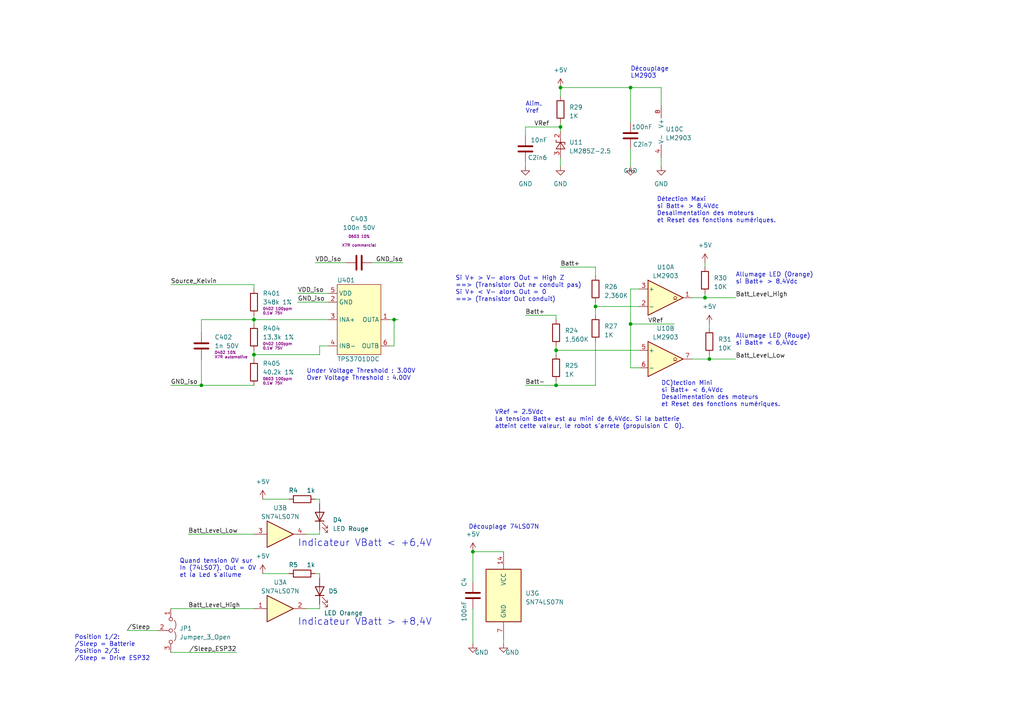
<source format=kicad_sch>
(kicad_sch (version 20230121) (generator eeschema)
  (paper "A4")
  (lib_symbols
    (symbol "0db:capacitors/AVX 04025C102K4Z" (pin_numbers hide) (pin_names (offset 0.254))
      (property "Reference" "C" (at 0.635 2.54 0))
      (property "Value" "1n 50V" (at 0.635 -2.54 0))
      (property "Value 2" "0402 10%" (at 0 0 0))
      (property "Value 3" "X7R automotive" (at 0 0 0))
      (symbol "capacitors/AVX 04025C102K4Z_0_1"
        (polyline (pts (xy -2.032 -0.762) (xy 2.032 -0.762)) (stroke (width 0.508)))
        (polyline (pts (xy -2.032 0.762) (xy 2.032 0.762)) (stroke (width 0.508)))
      )
      (symbol "capacitors/AVX 04025C102K4Z_1_1"
        (pin passive line (at 0 3.81 270) (length 2.794) (name "~") (number "1"))
        (pin passive line (at 0 -3.81 90) (length 2.794) (name "~") (number "2"))
      )
    )
    (symbol "0db:capacitors/AVX 06035C104KAZ" (pin_numbers hide) (pin_names (offset 0.254))
      (property "Reference" "C" (at 0.635 2.54 0))
      (property "Value" "100n 50V" (at 0.635 -2.54 0))
      (property "Value 2" "0603 10%" (at 0 0 0))
      (property "Value 3" "X7R commercial" (at 0 0 0))
      (symbol "capacitors/AVX 06035C104KAZ_0_1"
        (polyline (pts (xy -2.032 -0.762) (xy 2.032 -0.762)) (stroke (width 0.508)))
        (polyline (pts (xy -2.032 0.762) (xy 2.032 0.762)) (stroke (width 0.508)))
      )
      (symbol "capacitors/AVX 06035C104KAZ_1_1"
        (pin passive line (at 0 3.81 270) (length 2.794) (name "~") (number "1"))
        (pin passive line (at 0 -3.81 90) (length 2.794) (name "~") (number "2"))
      )
    )
    (symbol "0db:resistors/Koa RK73H1ETTP1332F" (pin_numbers hide) (pin_names (offset 0))
      (property "Reference" "R" (at 2.032 0 90))
      (property "Value" "13.3k 1%" (at 0 0 90))
      (property "Value 2" "0402 100ppm" (at 0 0 0))
      (property "Value 3" "0.1W 75V" (at 0 0 0))
      (symbol "resistors/Koa RK73H1ETTP1332F_0_1"
        (rectangle (start -1.016 -2.54) (end 1.016 2.54) (stroke (width 0.254)))
      )
      (symbol "resistors/Koa RK73H1ETTP1332F_1_1"
        (pin passive line (at 0 3.81 270) (length 1.27) (name "~") (number "1"))
        (pin passive line (at 0 -3.81 90) (length 1.27) (name "~") (number "2"))
      )
    )
    (symbol "0db:resistors/Koa RK73H1ETTP3483F" (pin_numbers hide) (pin_names (offset 0))
      (property "Reference" "R" (at 2.032 0 90))
      (property "Value" "348k 1%" (at 0 0 90))
      (property "Value 2" "0402 100ppm" (at 0 0 0))
      (property "Value 3" "0.1W 75V" (at 0 0 0))
      (symbol "resistors/Koa RK73H1ETTP3483F_0_1"
        (rectangle (start -1.016 -2.54) (end 1.016 2.54) (stroke (width 0.254)))
      )
      (symbol "resistors/Koa RK73H1ETTP3483F_1_1"
        (pin passive line (at 0 3.81 270) (length 1.27) (name "~") (number "1"))
        (pin passive line (at 0 -3.81 90) (length 1.27) (name "~") (number "2"))
      )
    )
    (symbol "0db:resistors/Koa RK73H1JTTD4022F" (pin_numbers hide) (pin_names (offset 0))
      (property "Reference" "R" (at 2.032 0 90))
      (property "Value" "40.2k 1%" (at 0 0 90))
      (property "Value 2" "0603 100ppm" (at 0 0 0))
      (property "Value 3" "0.1W 75V" (at 0 0 0))
      (symbol "resistors/Koa RK73H1JTTD4022F_0_1"
        (rectangle (start -1.016 -2.54) (end 1.016 2.54) (stroke (width 0.254)))
      )
      (symbol "resistors/Koa RK73H1JTTD4022F_1_1"
        (pin passive line (at 0 3.81 270) (length 1.27) (name "~") (number "1"))
        (pin passive line (at 0 -3.81 90) (length 1.27) (name "~") (number "2"))
      )
    )
    (symbol "0shared:TPS3701"
      (property "Reference" "U" (at -6.35 11.43 0))
      (property "Value" "TPS3701DDC" (at -6.35 -11.43 0))
      (symbol "TPS3701_1_1"
        (rectangle (start -6.35 10.16) (end 6.35 -10.16) (fill (type background)))
        (pin open_collector line (at 8.89 0 180) (length 2.54) (name "OUTA") (number "1"))
        (pin power_in line (at -8.89 5.08 0) (length 2.54) (name "GND") (number "2"))
        (pin input line (at -8.89 0 0) (length 2.54) (name "INA+") (number "3"))
        (pin input line (at -8.89 -7.62 0) (length 2.54) (name "INB-") (number "4"))
        (pin power_in line (at -8.89 7.62 0) (length 2.54) (name "VDD") (number "5"))
        (pin open_collector line (at 8.89 -7.62 180) (length 2.54) (name "OUTB") (number "6"))
      )
    )
    (symbol "74xx:SN74LS07N" (pin_names (offset 1.016))
      (property "Reference" "U" (at 0 1.27 0))
      (property "Value" "SN74LS07N" (at 0 -1.27 0))
      (symbol "SN74LS07N_1_0"
        (polyline (pts (xy -3.81 3.81) (xy -3.81 -3.81) (xy 3.81 0) (xy -3.81 3.81)) (stroke (width 0.254)) (fill (type background)))
        (pin input line (at -7.62 0 0) (length 3.81) (name "~") (number "1"))
        (pin open_collector line (at 7.62 0 180) (length 3.81) (name "~") (number "2"))
      )
      (symbol "SN74LS07N_2_0"
        (polyline (pts (xy -3.81 3.81) (xy -3.81 -3.81) (xy 3.81 0) (xy -3.81 3.81)) (stroke (width 0.254)) (fill (type background)))
        (pin input line (at -7.62 0 0) (length 3.81) (name "~") (number "3"))
        (pin open_collector line (at 7.62 0 180) (length 3.81) (name "~") (number "4"))
      )
      (symbol "SN74LS07N_3_0"
        (polyline (pts (xy -3.81 3.81) (xy -3.81 -3.81) (xy 3.81 0) (xy -3.81 3.81)) (stroke (width 0.254)) (fill (type background)))
        (pin input line (at -7.62 0 0) (length 3.81) (name "~") (number "5"))
        (pin open_collector line (at 7.62 0 180) (length 3.81) (name "~") (number "6"))
      )
      (symbol "SN74LS07N_4_0"
        (polyline (pts (xy -3.81 3.81) (xy -3.81 -3.81) (xy 3.81 0) (xy -3.81 3.81)) (stroke (width 0.254)) (fill (type background)))
        (pin open_collector line (at 7.62 0 180) (length 3.81) (name "~") (number "8"))
        (pin input line (at -7.62 0 0) (length 3.81) (name "~") (number "9"))
      )
      (symbol "SN74LS07N_5_0"
        (polyline (pts (xy -3.81 3.81) (xy -3.81 -3.81) (xy 3.81 0) (xy -3.81 3.81)) (stroke (width 0.254)) (fill (type background)))
        (pin open_collector line (at 7.62 0 180) (length 3.81) (name "~") (number "10"))
        (pin input line (at -7.62 0 0) (length 3.81) (name "~") (number "11"))
      )
      (symbol "SN74LS07N_6_0"
        (polyline (pts (xy -3.81 3.81) (xy -3.81 -3.81) (xy 3.81 0) (xy -3.81 3.81)) (stroke (width 0.254)) (fill (type background)))
        (pin open_collector line (at 7.62 0 180) (length 3.81) (name "~") (number "12"))
        (pin input line (at -7.62 0 0) (length 3.81) (name "~") (number "13"))
      )
      (symbol "SN74LS07N_7_0"
        (pin power_in line (at 0 12.7 270) (length 5.08) (name "VCC") (number "14"))
        (pin power_in line (at 0 -12.7 90) (length 5.08) (name "GND") (number "7"))
      )
      (symbol "SN74LS07N_7_1"
        (rectangle (start -5.08 7.62) (end 5.08 -7.62) (stroke (width 0.254)) (fill (type background)))
      )
    )
    (symbol "Comparator:LM2903" (pin_names (offset 0.127))
      (property "Reference" "U" (at 3.81 3.81 0))
      (property "Value" "LM2903" (at 6.35 -3.81 0))
      (symbol "LM2903_1_1"
        (polyline (pts (xy -5.08 5.08) (xy 5.08 0) (xy -5.08 -5.08) (xy -5.08 5.08)) (stroke (width 0.254)) (fill (type background)))
        (polyline (pts (xy 3.302 -0.508) (xy 2.794 -0.508) (xy 3.302 0) (xy 2.794 0.508) (xy 2.286 0) (xy 2.794 -0.508) (xy 2.286 -0.508)) (stroke (width 0.127)))
        (pin open_collector line (at 7.62 0 180) (length 2.54) (name "~") (number "1"))
        (pin input line (at -7.62 -2.54 0) (length 2.54) (name "-") (number "2"))
        (pin input line (at -7.62 2.54 0) (length 2.54) (name "+") (number "3"))
      )
      (symbol "LM2903_2_1"
        (polyline (pts (xy -5.08 5.08) (xy 5.08 0) (xy -5.08 -5.08) (xy -5.08 5.08)) (stroke (width 0.254)) (fill (type background)))
        (polyline (pts (xy 3.302 -0.508) (xy 2.794 -0.508) (xy 3.302 0) (xy 2.794 0.508) (xy 2.286 0) (xy 2.794 -0.508) (xy 2.286 -0.508)) (stroke (width 0.127)))
        (pin input line (at -7.62 2.54 0) (length 2.54) (name "+") (number "5"))
        (pin input line (at -7.62 -2.54 0) (length 2.54) (name "-") (number "6"))
        (pin open_collector line (at 7.62 0 180) (length 2.54) (name "~") (number "7"))
      )
      (symbol "LM2903_3_1"
        (pin power_in line (at -2.54 -7.62 90) (length 3.81) (name "V-") (number "4"))
        (pin power_in line (at -2.54 7.62 270) (length 3.81) (name "V+") (number "8"))
      )
    )
    (symbol "Device:C" (pin_numbers hide) (pin_names (offset 0.254))
      (property "Reference" "C" (at 0.635 2.54 0))
      (property "Value" "C" (at 0.635 -2.54 0))
      (symbol "C_0_1"
        (polyline (pts (xy -2.032 -0.762) (xy 2.032 -0.762)) (stroke (width 0.508)))
        (polyline (pts (xy -2.032 0.762) (xy 2.032 0.762)) (stroke (width 0.508)))
      )
      (symbol "C_1_1"
        (pin passive line (at 0 3.81 270) (length 2.794) (name "~") (number "1"))
        (pin passive line (at 0 -3.81 90) (length 2.794) (name "~") (number "2"))
      )
    )
    (symbol "Device:LED" (pin_numbers hide) (pin_names (offset 1.016) hide)
      (property "Reference" "D" (at 0 2.54 0))
      (property "Value" "LED" (at 0 -2.54 0))
      (symbol "LED_0_1"
        (polyline (pts (xy -1.27 -1.27) (xy -1.27 1.27)) (stroke (width 0.254)))
        (polyline (pts (xy -1.27 0) (xy 1.27 0)))
        (polyline (pts (xy 1.27 -1.27) (xy 1.27 1.27) (xy -1.27 0) (xy 1.27 -1.27)) (stroke (width 0.254)))
        (polyline (pts (xy -3.048 -0.762) (xy -4.572 -2.286) (xy -3.81 -2.286) (xy -4.572 -2.286) (xy -4.572 -1.524)))
        (polyline (pts (xy -1.778 -0.762) (xy -3.302 -2.286) (xy -2.54 -2.286) (xy -3.302 -2.286) (xy -3.302 -1.524)))
      )
      (symbol "LED_1_1"
        (pin passive line (at -3.81 0 0) (length 2.54) (name "K") (number "1"))
        (pin passive line (at 3.81 0 180) (length 2.54) (name "A") (number "2"))
      )
    )
    (symbol "Device:R" (pin_numbers hide) (pin_names (offset 0))
      (property "Reference" "R" (at 2.032 0 90))
      (property "Value" "R" (at 0 0 90))
      (symbol "R_0_1"
        (rectangle (start -1.016 -2.54) (end 1.016 2.54) (stroke (width 0.254)))
      )
      (symbol "R_1_1"
        (pin passive line (at 0 3.81 270) (length 1.27) (name "~") (number "1"))
        (pin passive line (at 0 -3.81 90) (length 1.27) (name "~") (number "2"))
      )
    )
    (symbol "Jumper:Jumper_3_Open" (pin_names (offset 0) hide)
      (property "Reference" "JP" (at -2.54 -2.54 0))
      (property "Value" "Jumper_3_Open" (at 0 2.794 0))
      (symbol "Jumper_3_Open_0_0"
        (circle (center -3.302 0) (radius 0.508))
        (circle (center 0 0) (radius 0.508))
        (circle (center 3.302 0) (radius 0.508))
      )
      (symbol "Jumper_3_Open_0_1"
        (arc (start -0.254 1.016) (mid -1.651 1.4992) (end -3.048 1.016))
        (polyline (pts (xy 0 -0.508) (xy 0 -1.27)))
        (arc (start 3.048 1.016) (mid 1.651 1.4992) (end 0.254 1.016))
      )
      (symbol "Jumper_3_Open_1_1"
        (pin passive line (at -6.35 0 0) (length 2.54) (name "A") (number "1"))
        (pin passive line (at 0 -3.81 90) (length 2.54) (name "C") (number "2"))
        (pin passive line (at 6.35 0 180) (length 2.54) (name "B") (number "3"))
      )
    )
    (symbol "Reference_Voltage:LM285Z-2.5" (pin_names (offset 0.0254) hide)
      (property "Reference" "U" (at 0 2.54 0))
      (property "Value" "LM285Z-2.5" (at 0 -3.175 0))
      (symbol "LM285Z-2.5_0_1"
        (polyline (pts (xy -1.27 0) (xy 0 0) (xy 1.27 0)))
        (polyline (pts (xy -1.27 -1.27) (xy 0.635 0) (xy -1.27 1.27) (xy -1.27 -1.27)) (stroke (width 0.2032)))
        (polyline (pts (xy 0 -1.27) (xy 0.635 -1.27) (xy 0.635 1.27) (xy 1.27 1.27)) (stroke (width 0.2032)))
      )
      (symbol "LM285Z-2.5_1_1"
        (pin passive line (at 3.81 0 180) (length 2.54) (name "K") (number "2"))
        (pin passive line (at -3.81 0 0) (length 2.54) (name "A") (number "3"))
      )
    )
    (symbol "power:+5V" (power) (pin_names (offset 0))
      (property "Value" "+5V" (at 0 3.556 0))
      (symbol "+5V_0_1"
        (polyline (pts (xy -0.762 1.27) (xy 0 2.54)))
        (polyline (pts (xy 0 0) (xy 0 2.54)))
        (polyline (pts (xy 0 2.54) (xy 0.762 1.27)))
      )
      (symbol "+5V_1_1"
        (pin power_in line (at 0 0 90) (length 0) hide (name "+5V") (number "1"))
      )
    )
    (symbol "power:GND" (power) (pin_names (offset 0))
      (property "Value" "GND" (at 0 -3.81 0))
      (symbol "GND_0_1"
        (polyline (pts (xy 0 0) (xy 0 -1.27) (xy 1.27 -1.27) (xy 0 -2.54) (xy -1.27 -1.27) (xy 0 -1.27)))
      )
      (symbol "GND_1_1"
        (pin power_in line (at 0 0 270) (length 0) hide (name "GND") (number "1"))
      )
    )
  )
  (junction (at 114.3 92.71))
  (junction (at 162.56 36.83))
  (junction (at 182.88 25.4))
  (junction (at 182.88 93.98))
  (junction (at 73.66 102.87))
  (junction (at 137.16 160.02))
  (junction (at 204.47 86.36))
  (junction (at 205.74 104.14))
  (junction (at 161.29 111.76))
  (junction (at 161.29 101.6))
  (junction (at 73.66 92.71))
  (junction (at 172.72 88.9))
  (junction (at 58.42 111.76))
  (junction (at 162.56 25.4))
  (wire (pts (xy 200.66 104.14) (xy 205.74 104.14)))
  (wire (pts (xy 205.74 104.14) (xy 213.36 104.14)))
  (wire (pts (xy 58.42 104.14) (xy 58.42 111.76)))
  (wire (pts (xy 205.74 102.87) (xy 205.74 104.14)))
  (wire (pts (xy 76.2 144.78) (xy 83.82 144.78)))
  (wire (pts (xy 172.72 88.9) (xy 172.72 91.44)))
  (wire (pts (xy 182.88 43.18) (xy 182.88 48.26)))
  (wire (pts (xy 92.71 175.26) (xy 92.71 176.53)))
  (wire (pts (xy 152.4 46.99) (xy 152.4 48.26)))
  (wire (pts (xy 73.66 102.87) (xy 92.71 102.87)))
  (wire (pts (xy 152.4 36.83) (xy 162.56 36.83)))
  (wire (pts (xy 113.03 92.71) (xy 114.3 92.71)))
  (wire (pts (xy 182.88 83.82) (xy 182.88 93.98)))
  (wire (pts (xy 92.71 153.67) (xy 92.71 154.94)))
  (wire (pts (xy 92.71 100.33) (xy 95.25 100.33)))
  (wire (pts (xy 49.53 189.23) (xy 68.58 189.23)))
  (wire (pts (xy 114.3 92.71) (xy 115.57 92.71)))
  (wire (pts (xy 162.56 27.94) (xy 162.56 25.4)))
  (wire (pts (xy 162.56 45.72) (xy 162.56 48.26)))
  (wire (pts (xy 92.71 102.87) (xy 92.71 100.33)))
  (wire (pts (xy 161.29 101.6) (xy 161.29 102.87)))
  (wire (pts (xy 73.66 102.87) (xy 73.66 104.14)))
  (wire (pts (xy 91.44 166.37) (xy 92.71 166.37)))
  (wire (pts (xy 204.47 85.09) (xy 204.47 86.36)))
  (wire (pts (xy 204.47 86.36) (xy 213.36 86.36)))
  (wire (pts (xy 191.77 30.48) (xy 191.77 25.4)))
  (wire (pts (xy 137.16 160.02) (xy 137.16 168.91)))
  (wire (pts (xy 152.4 39.37) (xy 152.4 36.83)))
  (wire (pts (xy 172.72 88.9) (xy 185.42 88.9)))
  (wire (pts (xy 172.72 80.01) (xy 172.72 77.47)))
  (wire (pts (xy 182.88 93.98) (xy 195.58 93.98)))
  (wire (pts (xy 191.77 48.26) (xy 191.77 45.72)))
  (wire (pts (xy 92.71 166.37) (xy 92.71 167.64)))
  (wire (pts (xy 91.44 76.2) (xy 100.33 76.2)))
  (wire (pts (xy 200.66 86.36) (xy 204.47 86.36)))
  (wire (pts (xy 161.29 100.33) (xy 161.29 101.6)))
  (wire (pts (xy 152.4 91.44) (xy 161.29 91.44)))
  (wire (pts (xy 58.42 92.71) (xy 73.66 92.71)))
  (wire (pts (xy 137.16 160.02) (xy 146.05 160.02)))
  (wire (pts (xy 172.72 87.63) (xy 172.72 88.9)))
  (wire (pts (xy 86.36 85.09) (xy 95.25 85.09)))
  (wire (pts (xy 191.77 25.4) (xy 182.88 25.4)))
  (wire (pts (xy 49.53 176.53) (xy 73.66 176.53)))
  (wire (pts (xy 161.29 111.76) (xy 172.72 111.76)))
  (wire (pts (xy 152.4 111.76) (xy 161.29 111.76)))
  (wire (pts (xy 161.29 101.6) (xy 185.42 101.6)))
  (wire (pts (xy 137.16 176.53) (xy 137.16 186.69)))
  (wire (pts (xy 113.03 100.33) (xy 114.3 100.33)))
  (wire (pts (xy 54.61 154.94) (xy 73.66 154.94)))
  (wire (pts (xy 83.82 166.37) (xy 76.2 166.37)))
  (wire (pts (xy 116.84 76.2) (xy 107.95 76.2)))
  (wire (pts (xy 49.53 111.76) (xy 58.42 111.76)))
  (wire (pts (xy 73.66 92.71) (xy 95.25 92.71)))
  (wire (pts (xy 182.88 93.98) (xy 182.88 106.68)))
  (wire (pts (xy 162.56 36.83) (xy 162.56 38.1)))
  (wire (pts (xy 172.72 99.06) (xy 172.72 111.76)))
  (wire (pts (xy 36.83 182.88) (xy 45.72 182.88)))
  (wire (pts (xy 58.42 111.76) (xy 73.66 111.76)))
  (wire (pts (xy 205.74 93.98) (xy 205.74 95.25)))
  (wire (pts (xy 73.66 92.71) (xy 73.66 93.98)))
  (wire (pts (xy 91.44 144.78) (xy 92.71 144.78)))
  (wire (pts (xy 73.66 91.44) (xy 73.66 92.71)))
  (wire (pts (xy 73.66 101.6) (xy 73.66 102.87)))
  (wire (pts (xy 162.56 35.56) (xy 162.56 36.83)))
  (wire (pts (xy 161.29 110.49) (xy 161.29 111.76)))
  (wire (pts (xy 146.05 185.42) (xy 146.05 186.69)))
  (wire (pts (xy 49.53 82.55) (xy 73.66 82.55)))
  (wire (pts (xy 88.9 176.53) (xy 92.71 176.53)))
  (wire (pts (xy 58.42 96.52) (xy 58.42 92.71)))
  (wire (pts (xy 182.88 25.4) (xy 182.88 35.56)))
  (wire (pts (xy 182.88 106.68) (xy 185.42 106.68)))
  (wire (pts (xy 162.56 77.47) (xy 172.72 77.47)))
  (wire (pts (xy 204.47 76.2) (xy 204.47 77.47)))
  (wire (pts (xy 161.29 92.71) (xy 161.29 91.44)))
  (wire (pts (xy 86.36 87.63) (xy 95.25 87.63)))
  (wire (pts (xy 114.3 100.33) (xy 114.3 92.71)))
  (wire (pts (xy 73.66 82.55) (xy 73.66 83.82)))
  (wire (pts (xy 88.9 154.94) (xy 92.71 154.94)))
  (wire (pts (xy 162.56 25.4) (xy 182.88 25.4)))
  (wire (pts (xy 182.88 83.82) (xy 185.42 83.82)))
  (wire (pts (xy 92.71 146.05) (xy 92.71 144.78)))
  (text "Détection Maxi\nsi Batt+ > 8,4Vdc\nDesalimentation des moteurs\net Reset des fonctions numériques.\n" (at 190.5 64.77 0) (effects (font (size 1.27 1.27)) (justify left bottom)))
  (text "Quand tension 0V sur\nIn (74LS07), Out = 0V\net la Led s'allume" (at 52.07 167.64 0) (effects (font (size 1.27 1.27)) (justify left bottom)))
  (text "VRef = 2.5Vdc\nLa tension Batt+ est au mini de 6,4Vdc. Si la batterie\natteint cette valeur, le robot s'arrete (propulsion C  0).\n" (at 143.51 124.46 0) (effects (font (size 1.27 1.27)) (justify left bottom)))
  (text "Découplage 74LS07N" (at 135.89 153.67 0) (effects (font (size 1.27 1.27)) (justify left bottom)))
  (text "Indicateur VBatt < +6,4V" (at 86.36 158.75 0) (effects (font (size 2 2)) (justify left bottom)))
  (text "Allumage LED (Orange)\nsi Batt+ > 8,4Vdc\n" (at 213.36 82.55 0) (effects (font (size 1.27 1.27)) (justify left bottom)))
  (text "Allumage LED (Rouge)\nsi Batt+ < 6,4Vdc\n" (at 213.36 100.33 0) (effects (font (size 1.27 1.27)) (justify left bottom)))
  (text "Si V+ > V- alors Out = High Z\n==> (Transistor Out ne conduit pas)\nSi V+ < V- alors Out = 0\n==> (Transistor Out conduit)" (at 132.08 87.63 0) (effects (font (size 1.27 1.27)) (justify left bottom)))
  (text "Position 1/2:\n/Sleep = Batterie\nPosition 2/3:\n/Sleep = Drive ESP32" (at 21.59 191.77 0) (effects (font (size 1.27 1.27)) (justify left bottom)))
  (text "Découplage\nLM2903" (at 182.88 22.86 0) (effects (font (size 1.27 1.27)) (justify left bottom)))
  (text "DC)tection Mini\nsi Batt+ < 6,4Vdc\nDesalimentation des moteurs\net Reset des fonctions numériques.\n" (at 191.77 118.11 0) (effects (font (size 1.27 1.27)) (justify left bottom)))
  (text "Alim.\nVref" (at 152.4 33.02 0) (effects (font (size 1.27 1.27)) (justify left bottom)))
  (text "Under Voltage Threshold : 3.00V\nOver Voltage Threshold : 4.00V" (at 88.9 110.49 0) (effects (font (size 1.27 1.27)) (justify left bottom)))
  (text "Indicateur VBatt > +8,4V" (at 86.36 181.61 0) (effects (font (size 2 2)) (justify left bottom)))
  (label "Batt_Level_High" (at 54.61 176.53 0))
  (label "Batt_Level_High" (at 213.36 86.36 0))
  (label "GND_iso" (at 116.84 76.2 180))
  (label "{slash}Sleep" (at 36.83 182.88 0))
  (label "Source_Kelvin" (at 49.53 82.55 0))
  (label "VRef" (at 154.94 36.83 0))
  (label "Batt+" (at 162.56 77.47 0))
  (label "VRef" (at 187.96 93.98 0))
  (label "Batt_Level_Low" (at 213.36 104.14 0))
  (label "VDD_iso" (at 91.44 76.2 0))
  (label "Batt_Level_Low" (at 54.61 154.94 0))
  (label "Batt+" (at 152.4 91.44 0))
  (label "GND_iso" (at 49.53 111.76 0))
  (label "Batt-" (at 152.4 111.76 0))
  (label "GND_iso" (at 86.36 87.63 0))
  (label "VDD_iso" (at 86.36 85.09 0))
  (label "{slash}Sleep_ESP32" (at 68.58 189.23 180))
  (symbol (lib_id "0db:capacitors/AVX 04025C102K4Z") (at 58.42 100.33 0) (unit 1)
    (property "Reference" "C402" (at 62.23 97.79 0) (effects (justify left)))
    (property "Value" "1n 50V" (at 62.23 100.33 0) (effects (justify left)))
    (property "Footprint" "Capacitor_SMD:C_0402_1005Metric" (effects hide))
    (property "Datasheet" "https://datasheets.kyocera-avx.com/FlexitermMLCC.pdf" (effects hide))
    (property "Value 2" "0402 10%" (at 62.23 102.235 0) (effects (font (size 0.8 0.8)) (justify left)))
    (property "Value 3" "X7R automotive" (at 62.23 103.505 0) (effects (font (size 0.8 0.8)) (justify left)))
    (property "Manufacturer" "Kyocera AVX" (effects hide))
    (property "MPN" "04025C102K4Z" (effects hide))
    (property "compatible_mpns" "04025C102K4Z2A 04025C102K4Z4A" (effects hide))
    (property "Tolerance" "10%" (effects hide))
    (property "Voltage Rating" "50V" (effects hide))
    (instances (project "robot-5A" (path "" (reference "C402") (unit 1)) (path "" (reference "C2") (unit 1))) (project "Drilling_1500W" (path "" (reference "C1701") (unit 1)) (path "" (reference "C1601") (unit 1)) (path "" (reference "C1901") (unit 1)) (path "" (reference "C1801") (unit 1))))
  )
  (symbol (lib_id "Device:C") (at 137.16 172.72 0) (unit 1)
    (property "Reference" "C4" (at 134.62 170.18 90) (effects (justify left)))
    (property "Value" "100nF" (at 134.62 180.34 90) (effects (justify left)))
    (property "Footprint" "Capacitor_SMD:C_1206_3216Metric_Pad1.33x1.80mm_HandSolder" (effects hide))
    (instances (project "Projet 3eme Annee - ROBOT" (path "" (reference "C4") (unit 1))) (project "robot-5A" (path "" (reference "C104") (unit 1)) (path "" (reference "C4") (unit 1))) (project "Schema Racine" (path "" (reference "C1") (unit 1)) (path "" (reference "C12") (unit 1))) (project "s8" (path "" (reference "C1") (unit 1))))
  )
  (symbol (lib_id "power:+5V") (at 137.16 160.02 0) (unit 1)
    (property "Reference" "#PWR0304" (effects hide))
    (property "Value" "+5V" (at 137.16 154.94 0))
    (instances (project "robot-5A" (path "" (reference "#PWR0304") (unit 1)) (path "" (reference "#PWR08") (unit 1)) (path "" (reference "#PWR09") (unit 1))))
  )
  (symbol (lib_id "0shared:TPS3701") (at 104.14 92.71 0) (unit 1)
    (property "Reference" "U401" (at 97.79 81.28 0) (effects (justify left)))
    (property "Value" "TPS3701DDC" (at 97.79 104.14 0) (effects (justify left)))
    (property "Footprint" "Package_TO_SOT_SMD:SOT-23-6" (effects hide))
    (property "Datasheet" "https://www.ti.com/lit/gpn/tps3701" (effects hide))
    (property "MPN" "TPS3701DDC" (effects hide))
    (property "Manufacturer" "Texas Instrument" (effects hide))
    (property "Sim.Enable" "0" (effects hide))
    (instances (project "robot-5A" (path "" (reference "U401") (unit 1)) (path "" (reference "U17") (unit 1))) (project "Drilling_1500W" (path "" (reference "U1702") (unit 1)) (path "" (reference "U1602") (unit 1)) (path "" (reference "U1902") (unit 1)) (path "" (reference "U1802") (unit 1))))
  )
  (symbol (lib_id "power:+5V") (at 205.74 93.98 0) (unit 1)
    (property "Reference" "#PWR0408" (effects hide))
    (property "Value" "+5V" (at 205.74 88.9 0))
    (instances (project "robot-5A" (path "" (reference "#PWR0408") (unit 1)) (path "" (reference "#PWR039") (unit 1))))
  )
  (symbol (lib_id "Reference_Voltage:LM285Z-2.5") (at 162.56 41.91 90) (unit 1)
    (property "Reference" "U11" (at 165.1 41.275 90) (effects (justify right)))
    (property "Value" "LM285Z-2.5" (at 165.1 43.815 90) (effects (justify right)))
    (property "Footprint" "Package_TO_SOT_THT:TO-92_Inline" (effects hide))
    (property "Datasheet" "http://www.onsemi.com/pub_link/Collateral/LM285-D.PDF" (effects hide))
    (instances (project "Projet 3eme Annee - ROBOT" (path "" (reference "U11") (unit 1))) (project "robot-5A" (path "" (reference "U505") (unit 1)) (path "" (reference "U18") (unit 1))) (project "Schema Racine" (path "" (reference "U11") (unit 1))))
  )
  (symbol (lib_id "power:+5V") (at 162.56 25.4 0) (unit 1)
    (property "Reference" "#PWR0409" (effects hide))
    (property "Value" "+5V" (at 162.56 20.32 0))
    (instances (project "robot-5A" (path "" (reference "#PWR0409") (unit 1)) (path "" (reference "#PWR034") (unit 1))))
  )
  (symbol (lib_id "Comparator:LM2903") (at 193.04 86.36 0) (unit 1)
    (property "Reference" "U10" (at 193.04 77.47 0))
    (property "Value" "LM2903" (at 193.04 80.01 0))
    (property "Datasheet" "http://www.ti.com/lit/ds/symlink/lm393.pdf" (effects hide))
    (instances (project "Projet 3eme Annee - ROBOT" (path "" (reference "U10") (unit 1))) (project "robot-5A" (path "" (reference "U504") (unit 1)) (path "" (reference "U19") (unit 1))) (project "Schema Racine" (path "" (reference "U5") (unit 1))))
  )
  (symbol (lib_id "74xx:SN74LS07N") (at 81.28 176.53 0) (unit 1)
    (property "Reference" "U3" (at 81.28 168.91 0))
    (property "Value" "SN74LS07N" (at 81.28 171.45 0))
    (property "Datasheet" "www.ti.com/lit/ds/symlink/sn74ls07.pdf" (effects hide))
    (instances (project "Projet 3eme Annee - ROBOT" (path "" (reference "U3") (unit 1))) (project "robot-5A" (path "" (reference "U103") (unit 1)) (path "" (reference "U20") (unit 1))) (project "Schema Racine" (path "" (reference "U1") (unit 1))))
  )
  (symbol (lib_id "0db:resistors/Koa RK73H1ETTP1332F") (at 73.66 97.79 0) (unit 1)
    (property "Reference" "R404" (at 76.2 95.25 0) (effects (justify left)))
    (property "Value" "13.3k 1%" (at 76.2 97.79 0) (effects (justify left)))
    (property "Footprint" "Resistor_SMD:R_0402_1005Metric" (effects hide))
    (property "Datasheet" "http://www.koaspeer.com/products/resistors/surface-mount-resistors/rk73h/" (effects hide))
    (property "Value 2" "0402 100ppm" (at 76.2 99.695 0) (effects (font (size 0.8 0.8)) (justify left)))
    (property "Value 3" "0.1W 75V" (at 76.2 100.965 0) (effects (font (size 0.8 0.8)) (justify left)))
    (property "Manufacturer" "Koa Speer" (effects hide))
    (property "MPN" "RK73H1ETTP1332F" (effects hide))
    (property "Tolerance" "1%" (effects hide))
    (property "Power Rating" "0.1W" (effects hide))
    (instances (project "robot-5A" (path "" (reference "R404") (unit 1)) (path "" (reference "R27") (unit 1))) (project "Drilling_1500W" (path "" (reference "R1704") (unit 1)) (path "" (reference "R1604") (unit 1)) (path "" (reference "R1904") (unit 1)) (path "" (reference "R1804") (unit 1))))
  )
  (symbol (lib_id "74xx:SN74LS07N") (at 146.05 172.72 0) (unit 7)
    (property "Reference" "U3" (at 152.4 172.085 0) (effects (justify left)))
    (property "Value" "SN74LS07N" (at 152.4 174.625 0) (effects (justify left)))
    (property "Datasheet" "www.ti.com/lit/ds/symlink/sn74ls07.pdf" (effects hide))
    (instances (project "Projet 3eme Annee - ROBOT" (path "" (reference "U3") (unit 7))) (project "robot-5A" (path "" (reference "U103") (unit 7)) (path "" (reference "U20") (unit 7))) (project "Schema Racine" (path "" (reference "U1") (unit 7))))
  )
  (symbol (lib_id "0db:resistors/Koa RK73H1ETTP3483F") (at 73.66 87.63 0) (unit 1)
    (property "Reference" "R401" (at 76.2 85.09 0) (effects (justify left)))
    (property "Value" "348k 1%" (at 76.2 87.63 0) (effects (justify left)))
    (property "Footprint" "Resistor_SMD:R_0402_1005Metric" (effects hide))
    (property "Datasheet" "http://www.koaspeer.com/products/resistors/surface-mount-resistors/rk73h/" (effects hide))
    (property "Value 2" "0402 100ppm" (at 76.2 89.535 0) (effects (font (size 0.8 0.8)) (justify left)))
    (property "Value 3" "0.1W 75V" (at 76.2 90.805 0) (effects (font (size 0.8 0.8)) (justify left)))
    (property "Manufacturer" "Koa Speer" (effects hide))
    (property "MPN" "RK73H1ETTP3483F" (effects hide))
    (property "Tolerance" "1%" (effects hide))
    (property "Power Rating" "0.1W" (effects hide))
    (instances (project "robot-5A" (path "" (reference "R401") (unit 1)) (path "" (reference "R26") (unit 1))) (project "Drilling_1500W" (path "" (reference "R1703") (unit 1)) (path "" (reference "R1603") (unit 1)) (path "" (reference "R1903") (unit 1)) (path "" (reference "R1803") (unit 1))))
  )
  (symbol (lib_id "power:+5V") (at 76.2 144.78 0) (unit 1)
    (property "Reference" "#PWR0304" (effects hide))
    (property "Value" "+5V" (at 76.2 139.7 0))
    (instances (project "robot-5A" (path "" (reference "#PWR0304") (unit 1)) (path "" (reference "#PWR07") (unit 1)) (path "" (reference "#PWR07") (unit 1))))
  )
  (symbol (lib_id "Device:LED") (at 92.71 149.86 90) (unit 1)
    (property "Reference" "D4" (at 96.52 150.8125 90) (effects (justify right)))
    (property "Value" "LED Rouge" (at 96.52 153.3525 90) (effects (justify right)))
    (property "Footprint" "LED_THT:LED_D3.0mm" (effects hide))
    (instances (project "Projet 3eme Annee - ROBOT" (path "" (reference "D4") (unit 1))) (project "robot-5A" (path "" (reference "D104") (unit 1)) (path "" (reference "D3") (unit 1))) (project "Schema Racine" (path "" (reference "D6") (unit 1)) (path "" (reference "D3") (unit 1))) (project "s8" (path "" (reference "D1") (unit 1))))
  )
  (symbol (lib_id "Device:R") (at 87.63 144.78 90) (unit 1)
    (property "Reference" "R4" (at 85.09 142.24 90))
    (property "Value" "1k" (at 90.17 142.24 90))
    (property "Footprint" "Resistor_SMD:R_01005_0402Metric_Pad0.57x0.30mm_HandSolder" (effects hide))
    (instances (project "Projet 3eme Annee - ROBOT" (path "" (reference "R4") (unit 1))) (project "robot-5A" (path "" (reference "R104") (unit 1)) (path "" (reference "R36") (unit 1))) (project "Schema Racine" (path "" (reference "R3") (unit 1))) (project "s8" (path "" (reference "R7") (unit 1))))
  )
  (symbol (lib_id "power:+5V") (at 76.2 166.37 0) (unit 1)
    (property "Reference" "#PWR0304" (effects hide))
    (property "Value" "+5V" (at 76.2 161.29 0))
    (instances (project "robot-5A" (path "" (reference "#PWR0304") (unit 1)) (path "" (reference "#PWR09") (unit 1)) (path "" (reference "#PWR08") (unit 1))))
  )
  (symbol (lib_id "power:GND") (at 162.56 48.26 0) (unit 1)
    (property "Reference" "#PWR050" (effects hide))
    (property "Value" "GND" (at 162.56 53.34 0))
    (instances (project "Projet 3eme Annee - ROBOT" (path "" (reference "#PWR050") (unit 1))) (project "robot-5A" (path "" (reference "#PWR0519") (unit 1)) (path "" (reference "#PWR035") (unit 1))) (project "Schema Racine" (path "" (reference "#PWR018") (unit 1))))
  )
  (symbol (lib_id "Jumper:Jumper_3_Open") (at 49.53 182.88 270) (unit 1)
    (property "Reference" "JP1" (at 52.07 182.245 90) (effects (justify left)))
    (property "Value" "Jumper_3_Open" (at 52.07 184.785 90) (effects (justify left)))
    (instances (project "Projet 3eme Annee - ROBOT" (path "" (reference "JP1") (unit 1))) (project "robot-5A" (path "" (reference "JP101") (unit 1)) (path "" (reference "JP1") (unit 1))) (project "Schema Racine" (path "" (reference "JP2") (unit 1))))
  )
  (symbol (lib_id "Device:R") (at 172.72 83.82 180) (unit 1)
    (property "Reference" "R26" (at 175.26 83.185 0) (effects (justify right)))
    (property "Value" "2,360K" (at 175.26 85.725 0) (effects (justify right)))
    (property "Footprint" "Resistor_SMD:R_0603_1608Metric_Pad0.98x0.95mm_HandSolder" (effects hide))
    (instances (project "Projet 3eme Annee - ROBOT" (path "" (reference "R26") (unit 1))) (project "robot-5A" (path "" (reference "R508") (unit 1)) (path "" (reference "R32") (unit 1))) (project "Schema Racine" (path "" (reference "R9") (unit 1)) (path "" (reference "R10") (unit 1))) (project "s8" (path "" (reference "R1") (unit 1))))
  )
  (symbol (lib_id "Device:R") (at 161.29 96.52 180) (unit 1)
    (property "Reference" "R24" (at 163.83 95.885 0) (effects (justify right)))
    (property "Value" "1,560K" (at 163.83 98.425 0) (effects (justify right)))
    (property "Footprint" "Resistor_SMD:R_0603_1608Metric_Pad0.98x0.95mm_HandSolder" (effects hide))
    (instances (project "Projet 3eme Annee - ROBOT" (path "" (reference "R24") (unit 1))) (project "robot-5A" (path "" (reference "R506") (unit 1)) (path "" (reference "R29") (unit 1))) (project "Schema Racine" (path "" (reference "R9") (unit 1)) (path "" (reference "R7") (unit 1))) (project "s8" (path "" (reference "R1") (unit 1))))
  )
  (symbol (lib_id "Comparator:LM2903") (at 193.04 104.14 0) (unit 2)
    (property "Reference" "U10" (at 193.04 95.25 0))
    (property "Value" "LM2903" (at 193.04 97.79 0))
    (property "Datasheet" "http://www.ti.com/lit/ds/symlink/lm393.pdf" (effects hide))
    (instances (project "Projet 3eme Annee - ROBOT" (path "" (reference "U10") (unit 2))) (project "robot-5A" (path "" (reference "U504") (unit 2)) (path "" (reference "U19") (unit 2))) (project "Schema Racine" (path "" (reference "U5") (unit 2))))
  )
  (symbol (lib_id "Device:R") (at 172.72 95.25 180) (unit 1)
    (property "Reference" "R27" (at 175.26 94.615 0) (effects (justify right)))
    (property "Value" "1K" (at 175.26 97.155 0) (effects (justify right)))
    (property "Footprint" "Resistor_SMD:R_0603_1608Metric_Pad0.98x0.95mm_HandSolder" (effects hide))
    (instances (project "Projet 3eme Annee - ROBOT" (path "" (reference "R27") (unit 1))) (project "robot-5A" (path "" (reference "R509") (unit 1)) (path "" (reference "R33") (unit 1))) (project "Schema Racine" (path "" (reference "R9") (unit 1)) (path "" (reference "R16") (unit 1))) (project "s8" (path "" (reference "R1") (unit 1))))
  )
  (symbol (lib_id "power:GND") (at 182.88 48.26 0) (unit 1)
    (property "Reference" "#PWR052" (effects hide))
    (property "Value" "GND" (at 182.88 49.53 0))
    (instances (project "Projet 3eme Annee - ROBOT" (path "" (reference "#PWR052") (unit 1))) (project "robot-5A" (path "" (reference "#PWR0521") (unit 1)) (path "" (reference "#PWR036") (unit 1))) (project "Schema Racine" (path "" (reference "#PWR017") (unit 1))))
  )
  (symbol (lib_id "power:GND") (at 191.77 48.26 0) (unit 1)
    (property "Reference" "#PWR053" (effects hide))
    (property "Value" "GND" (at 191.77 53.34 0))
    (instances (project "Projet 3eme Annee - ROBOT" (path "" (reference "#PWR053") (unit 1))) (project "robot-5A" (path "" (reference "#PWR0522") (unit 1)) (path "" (reference "#PWR037") (unit 1))) (project "Schema Racine" (path "" (reference "#PWR016") (unit 1))))
  )
  (symbol (lib_id "Device:R") (at 87.63 166.37 90) (unit 1)
    (property "Reference" "R5" (at 85.09 163.83 90))
    (property "Value" "1k" (at 90.17 163.83 90))
    (property "Footprint" "Resistor_SMD:R_01005_0402Metric_Pad0.57x0.30mm_HandSolder" (effects hide))
    (instances (project "Projet 3eme Annee - ROBOT" (path "" (reference "R5") (unit 1))) (project "robot-5A" (path "" (reference "R105") (unit 1)) (path "" (reference "R37") (unit 1))) (project "Schema Racine" (path "" (reference "R1") (unit 1))) (project "s8" (path "" (reference "R7") (unit 1))))
  )
  (symbol (lib_id "Device:C") (at 182.88 39.37 180) (unit 1)
    (property "Reference" "C2in7" (at 189.23 41.91 0) (effects (justify left)))
    (property "Value" "100nF" (at 189.23 36.83 0) (effects (justify left)))
    (property "Footprint" "Capacitor_SMD:C_1206_3216Metric_Pad1.33x1.80mm_HandSolder" (effects hide))
    (instances (project "Projet 3eme Annee - ROBOT" (path "" (reference "C2in7") (unit 1))) (project "robot-5A" (path "" (reference "C2in507") (unit 1)) (path "" (reference "C2in2") (unit 1))) (project "Schema Racine" (path "" (reference "C2in1") (unit 1)) (path "" (reference "C2in1") (unit 1))) (project "s8" (path "" (reference "C2in1") (unit 1))))
  )
  (symbol (lib_id "power:GND") (at 137.16 186.69 0) (unit 1)
    (property "Reference" "#PWR012" (effects hide))
    (property "Value" "GND" (at 139.7 189.23 0))
    (instances (project "Projet 3eme Annee - ROBOT" (path "" (reference "#PWR012") (unit 1))) (project "robot-5A" (path "" (reference "#PWR0112") (unit 1)) (path "" (reference "#PWR040") (unit 1))) (project "Schema Racine" (path "" (reference "#PWR05") (unit 1))))
  )
  (symbol (lib_id "Device:R") (at 204.47 81.28 180) (unit 1)
    (property "Reference" "R30" (at 207.01 80.645 0) (effects (justify right)))
    (property "Value" "10K" (at 207.01 83.185 0) (effects (justify right)))
    (property "Footprint" "Resistor_SMD:R_0603_1608Metric_Pad0.98x0.95mm_HandSolder" (effects hide))
    (instances (project "Projet 3eme Annee - ROBOT" (path "" (reference "R30") (unit 1))) (project "robot-5A" (path "" (reference "R512") (unit 1)) (path "" (reference "R34") (unit 1))) (project "Schema Racine" (path "" (reference "R9") (unit 1)) (path "" (reference "R21") (unit 1))) (project "s8" (path "" (reference "R1") (unit 1))))
  )
  (symbol (lib_id "0db:capacitors/AVX 06035C104KAZ") (at 104.14 76.2 90) (unit 1)
    (property "Reference" "C403" (at 104.14 63.5 90))
    (property "Value" "100n 50V" (at 104.14 66.04 90))
    (property "Footprint" "Capacitor_SMD:C_0603_1608Metric" (effects hide))
    (property "Datasheet" "https://datasheets.kyocera-avx.com/FlexitermMLCC.pdf" (effects hide))
    (property "Value 2" "0603 10%" (at 104.14 68.58 90) (effects (font (size 0.8 0.8))))
    (property "Value 3" "X7R commercial" (at 104.14 71.12 90) (effects (font (size 0.8 0.8))))
    (property "Manufacturer" "Kyocera AVX" (effects hide))
    (property "MPN" "06035C104KAZ" (effects hide))
    (property "compatible_mpns" "06035C104KAZ2A 06035C104KAZ4A" (effects hide))
    (property "Tolerance" "10%" (effects hide))
    (property "Voltage Rating" "50V" (effects hide))
    (instances (project "robot-5A" (path "" (reference "C403") (unit 1)) (path "" (reference "C3") (unit 1))) (project "Drilling_1500W" (path "" (reference "C?") (unit 1)) (path "" (reference "C?") (unit 1)) (path "" (reference "C1705") (unit 1)) (path "" (reference "C1605") (unit 1)) (path "" (reference "C1905") (unit 1)) (path "" (reference "C1805") (unit 1))))
  )
  (symbol (lib_id "Device:LED") (at 92.71 171.45 90) (unit 1)
    (property "Reference" "D5" (at 95.25 171.45 90) (effects (justify right)))
    (property "Value" "LED Orange" (at 93.98 177.8 90) (effects (justify right)))
    (property "Footprint" "LED_THT:LED_D3.0mm" (effects hide))
    (instances (project "Projet 3eme Annee - ROBOT" (path "" (reference "D5") (unit 1))) (project "robot-5A" (path "" (reference "D105") (unit 1)) (path "" (reference "D4") (unit 1))) (project "Schema Racine" (path "" (reference "D1") (unit 1)) (path "" (reference "D3") (unit 1))) (project "s8" (path "" (reference "D1") (unit 1))))
  )
  (symbol (lib_id "0db:resistors/Koa RK73H1JTTD4022F") (at 73.66 107.95 0) (unit 1)
    (property "Reference" "R405" (at 76.2 105.41 0) (effects (justify left)))
    (property "Value" "40.2k 1%" (at 76.2 107.95 0) (effects (justify left)))
    (property "Footprint" "Resistor_SMD:R_0603_1608Metric" (effects hide))
    (property "Datasheet" "http://www.koaspeer.com/products/resistors/surface-mount-resistors/rk73h/" (effects hide))
    (property "Value 2" "0603 100ppm" (at 76.2 109.855 0) (effects (font (size 0.8 0.8)) (justify left)))
    (property "Value 3" "0.1W 75V" (at 76.2 111.125 0) (effects (font (size 0.8 0.8)) (justify left)))
    (property "Manufacturer" "Koa Speer" (effects hide))
    (property "MPN" "RK73H1JTTD4022F" (effects hide))
    (property "Tolerance" "1%" (effects hide))
    (property "Power Rating" "0.1W" (effects hide))
    (instances (project "robot-5A" (path "" (reference "R405") (unit 1)) (path "" (reference "R28") (unit 1))) (project "Drilling_1500W" (path "" (reference "R1705") (unit 1)) (path "" (reference "R1605") (unit 1)) (path "" (reference "R1905") (unit 1)) (path "" (reference "R1805") (unit 1))))
  )
  (symbol (lib_id "power:GND") (at 152.4 48.26 0) (unit 1)
    (property "Reference" "#PWR049" (effects hide))
    (property "Value" "GND" (at 152.4 53.34 0))
    (instances (project "Projet 3eme Annee - ROBOT" (path "" (reference "#PWR049") (unit 1))) (project "robot-5A" (path "" (reference "#PWR0518") (unit 1)) (path "" (reference "#PWR033") (unit 1))) (project "Schema Racine" (path "" (reference "#PWR032") (unit 1))))
  )
  (symbol (lib_id "Device:R") (at 162.56 31.75 180) (unit 1)
    (property "Reference" "R29" (at 165.1 31.115 0) (effects (justify right)))
    (property "Value" "1K" (at 165.1 33.655 0) (effects (justify right)))
    (property "Footprint" "Resistor_SMD:R_0603_1608Metric_Pad0.98x0.95mm_HandSolder" (effects hide))
    (instances (project "Projet 3eme Annee - ROBOT" (path "" (reference "R29") (unit 1))) (project "robot-5A" (path "" (reference "R511") (unit 1)) (path "" (reference "R31") (unit 1))) (project "Schema Racine" (path "" (reference "R9") (unit 1)) (path "" (reference "R19") (unit 1))) (project "s8" (path "" (reference "R1") (unit 1))))
  )
  (symbol (lib_id "74xx:SN74LS07N") (at 81.28 154.94 0) (unit 2)
    (property "Reference" "U3" (at 81.28 147.32 0))
    (property "Value" "SN74LS07N" (at 81.28 149.86 0))
    (property "Datasheet" "www.ti.com/lit/ds/symlink/sn74ls07.pdf" (effects hide))
    (instances (project "Projet 3eme Annee - ROBOT" (path "" (reference "U3") (unit 2))) (project "robot-5A" (path "" (reference "U103") (unit 2)) (path "" (reference "U20") (unit 2))) (project "Schema Racine" (path "" (reference "U1") (unit 2))))
  )
  (symbol (lib_id "Device:R") (at 205.74 99.06 180) (unit 1)
    (property "Reference" "R31" (at 208.28 98.425 0) (effects (justify right)))
    (property "Value" "10K" (at 208.28 100.965 0) (effects (justify right)))
    (property "Footprint" "Resistor_SMD:R_0603_1608Metric_Pad0.98x0.95mm_HandSolder" (effects hide))
    (instances (project "Projet 3eme Annee - ROBOT" (path "" (reference "R31") (unit 1))) (project "robot-5A" (path "" (reference "R513") (unit 1)) (path "" (reference "R35") (unit 1))) (project "Schema Racine" (path "" (reference "R9") (unit 1)) (path "" (reference "R20") (unit 1))) (project "s8" (path "" (reference "R1") (unit 1))))
  )
  (symbol (lib_id "power:GND") (at 146.05 186.69 0) (unit 1)
    (property "Reference" "#PWR013" (effects hide))
    (property "Value" "GND" (at 148.59 189.23 0))
    (instances (project "Projet 3eme Annee - ROBOT" (path "" (reference "#PWR013") (unit 1))) (project "robot-5A" (path "" (reference "#PWR0113") (unit 1)) (path "" (reference "#PWR041") (unit 1))) (project "Schema Racine" (path "" (reference "#PWR01") (unit 1))))
  )
  (symbol (lib_id "Comparator:LM2903") (at 194.31 38.1 0) (unit 3)
    (property "Reference" "U10" (at 193.04 37.465 0) (effects (justify left)))
    (property "Value" "LM2903" (at 193.04 40.005 0) (effects (justify left)))
    (property "Datasheet" "http://www.ti.com/lit/ds/symlink/lm393.pdf" (effects hide))
    (instances (project "Projet 3eme Annee - ROBOT" (path "" (reference "U10") (unit 3))) (project "robot-5A" (path "" (reference "U504") (unit 3)) (path "" (reference "U19") (unit 3))) (project "Schema Racine" (path "" (reference "U5") (unit 3))))
  )
  (symbol (lib_id "Device:C") (at 152.4 43.18 180) (unit 1)
    (property "Reference" "C2in6" (at 158.75 45.72 0) (effects (justify left)))
    (property "Value" "10nF" (at 158.75 40.64 0) (effects (justify left)))
    (property "Footprint" "Capacitor_SMD:C_1206_3216Metric_Pad1.33x1.80mm_HandSolder" (effects hide))
    (instances (project "Projet 3eme Annee - ROBOT" (path "" (reference "C2in6") (unit 1))) (project "robot-5A" (path "" (reference "C2in506") (unit 1)) (path "" (reference "C2in1") (unit 1))) (project "Schema Racine" (path "" (reference "C2in1") (unit 1)) (path "" (reference "C2in7") (unit 1))) (project "s8" (path "" (reference "C2in1") (unit 1))))
  )
  (symbol (lib_id "power:+5V") (at 204.47 76.2 0) (unit 1)
    (property "Reference" "#PWR0407" (effects hide))
    (property "Value" "+5V" (at 204.47 71.12 0))
    (instances (project "robot-5A" (path "" (reference "#PWR0407") (unit 1)) (path "" (reference "#PWR038") (unit 1))))
  )
  (symbol (lib_id "Device:R") (at 161.29 106.68 180) (unit 1)
    (property "Reference" "R25" (at 163.83 106.045 0) (effects (justify right)))
    (property "Value" "1K" (at 163.83 108.585 0) (effects (justify right)))
    (property "Footprint" "Resistor_SMD:R_0603_1608Metric_Pad0.98x0.95mm_HandSolder" (effects hide))
    (instances (project "Projet 3eme Annee - ROBOT" (path "" (reference "R25") (unit 1))) (project "robot-5A" (path "" (reference "R507") (unit 1)) (path "" (reference "R30") (unit 1))) (project "Schema Racine" (path "" (reference "R9") (unit 1)) (path "" (reference "R8") (unit 1))) (project "s8" (path "" (reference "R1") (unit 1))))
  )
)
</source>
